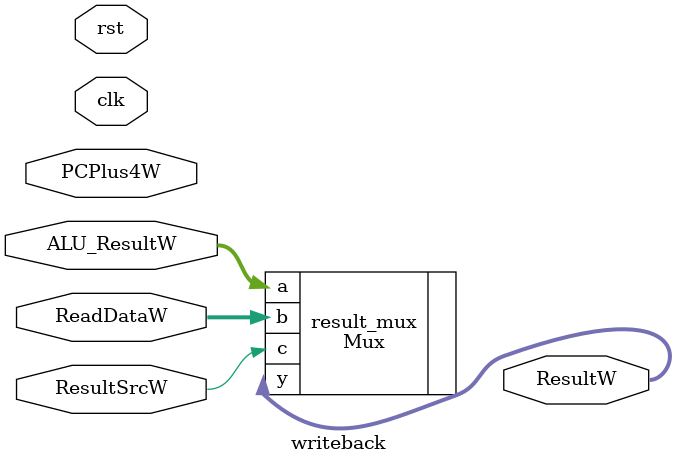
<source format=sv>
module writeback(input logic clk, rst, ResultSrcW,
							  input logic [31:0] PCPlus4W,
							  input logic [18:0] ALU_ResultW, ReadDataW,
							  output logic [18:0] ResultW);

Mux result_mux (    
                .a(ALU_ResultW),
                .b(ReadDataW),
                .c(ResultSrcW),
                .y(ResultW)
                );
endmodule
</source>
